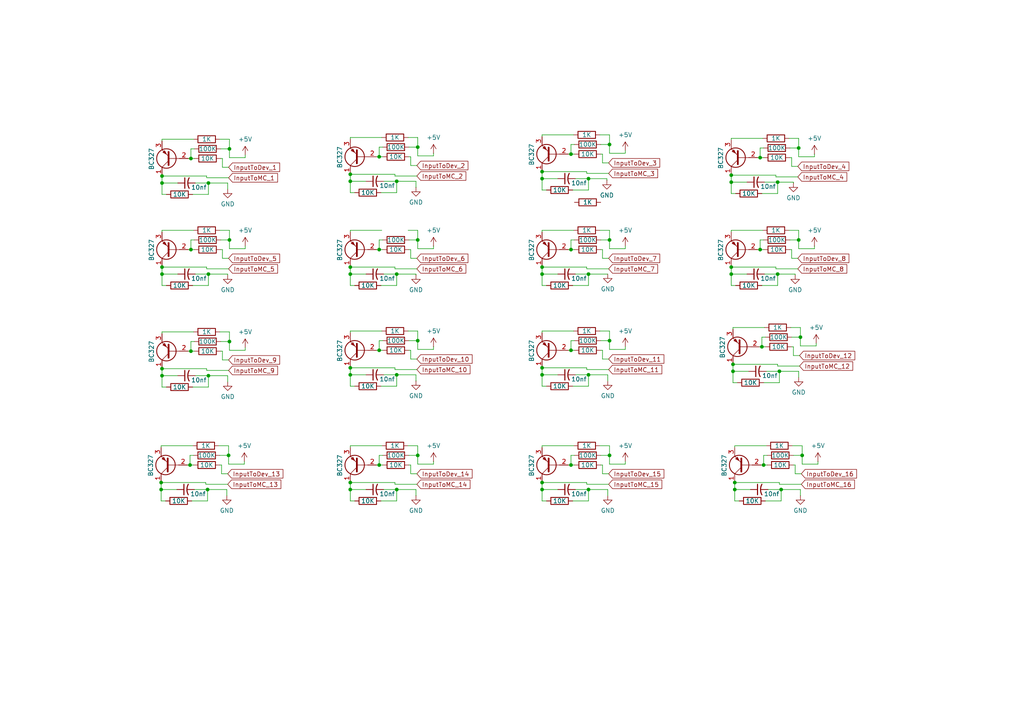
<source format=kicad_sch>
(kicad_sch (version 20250114) (generator "eeschema") (generator_version "9.0")
  (paper "A4")
  (title_block (title "Input-lines electrical interface") (company "Panicosoft"))
  (junction (at 46.99 51.054))
  (junction (at 170.688 141.986))
  (junction (at 66.548 99.06))
  (junction (at 157.226 51.816))
  (junction (at 115.062 52.578))
  (junction (at 165.608 134.874))
  (junction (at 46.99 53.086))
  (junction (at 176.784 41.91))
  (junction (at 46.736 139.954))
  (junction (at 231.648 69.596))
  (junction (at 55.372 72.39))
  (junction (at 60.452 79.502))
  (junction (at 101.6 139.954))
  (junction (at 115.062 141.986))
  (junction (at 101.6 79.502))
  (junction (at 221.488 134.874))
  (junction (at 60.452 108.966))
  (junction (at 232.156 97.79))
  (junction (at 157.226 49.784))
  (junction (at 165.608 44.704))
  (junction (at 101.6 141.986))
  (junction (at 115.062 79.502))
  (junction (at 109.982 134.874))
  (junction (at 101.6 52.578))
  (junction (at 121.158 98.806))
  (junction (at 46.99 79.502))
  (junction (at 55.372 45.974))
  (junction (at 109.982 45.466))
  (junction (at 157.226 108.712))
  (junction (at 66.294 132.08))
  (junction (at 212.09 52.832))
  (junction (at 212.598 107.696))
  (junction (at 176.784 98.806))
  (junction (at 121.158 42.672))
  (junction (at 232.664 132.08))
  (junction (at 101.6 106.68))
  (junction (at 226.06 107.696))
  (junction (at 55.372 101.854))
  (junction (at 212.598 105.664))
  (junction (at 220.472 72.39))
  (junction (at 66.548 69.596))
  (junction (at 101.6 50.546))
  (junction (at 46.99 106.934))
  (junction (at 212.09 79.502))
  (junction (at 157.226 139.954))
  (junction (at 213.106 141.986))
  (junction (at 170.688 108.712))
  (junction (at 170.688 51.816))
  (junction (at 157.226 106.68))
  (junction (at 101.6 108.712))
  (junction (at 157.226 77.47))
  (junction (at 109.982 101.6))
  (junction (at 165.608 72.39))
  (junction (at 176.784 69.596))
  (junction (at 60.452 53.086))
  (junction (at 212.09 50.8))
  (junction (at 115.062 108.712))
  (junction (at 226.568 141.986))
  (junction (at 66.548 43.18))
  (junction (at 225.552 52.832))
  (junction (at 121.158 132.08))
  (junction (at 225.552 79.502))
  (junction (at 212.09 77.47))
  (junction (at 213.106 139.954))
  (junction (at 157.226 79.502))
  (junction (at 46.99 108.966))
  (junction (at 157.226 141.986))
  (junction (at 55.118 134.874))
  (junction (at 121.158 69.596))
  (junction (at 176.784 132.08))
  (junction (at 46.736 141.986))
  (junction (at 231.648 42.926))
  (junction (at 101.6 77.47))
  (junction (at 165.608 101.6))
  (junction (at 220.472 45.72))
  (junction (at 109.982 72.39))
  (junction (at 170.688 79.502))
  (junction (at 46.99 77.47))
  (junction (at 220.98 100.584))
  (junction (at 60.198 141.986))
  (wire (pts (xy 118.364 96.012) (xy 121.158 96.012)))
  (wire (pts (xy 46.99 96.774) (xy 46.99 96.266)))
  (wire (pts (xy 109.982 101.6) (xy 110.998 101.6)))
  (wire (pts (xy 222.504 132.08) (xy 221.488 132.08)))
  (wire (pts (xy 114.554 140.462) (xy 114.554 139.954)))
  (wire (pts (xy 221.488 134.874) (xy 222.504 134.874)))
  (wire (pts (xy 231.648 66.802) (xy 231.648 69.596)))
  (wire (pts (xy 66.548 66.802) (xy 66.548 69.596)))
  (wire (pts (xy 115.062 145.288) (xy 115.062 141.986)))
  (wire (pts (xy 166.116 145.288) (xy 170.688 145.288)))
  (wire (pts (xy 59.944 51.562) (xy 59.944 51.054)))
  (wire (pts (xy 174.752 104.14) (xy 176.53 104.14)))
  (wire (pts (xy 212.598 110.998) (xy 212.598 107.696)))
  (wire (pts (xy 213.868 110.998) (xy 212.598 110.998)))
  (wire (pts (xy 157.226 39.624) (xy 157.226 39.116)))
  (wire (pts (xy 157.226 141.986) (xy 161.798 141.986)))
  (wire (pts (xy 102.87 82.804) (xy 101.6 82.804)))
  (wire (pts (xy 212.09 79.502) (xy 216.662 79.502)))
  (wire (pts (xy 63.5 129.286) (xy 66.294 129.286)))
  (wire (pts (xy 64.262 137.414) (xy 66.04 137.414)))
  (wire (pts (xy 221.742 52.832) (xy 225.552 52.832)))
  (wire (pts (xy 66.294 134.62) (xy 66.294 132.08)))
  (wire (pts (xy 236.22 45.466) (xy 236.22 44.704)))
  (wire (pts (xy 46.736 139.954) (xy 46.736 141.986)))
  (wire (pts (xy 101.6 96.52) (xy 101.6 96.012)))
  (wire (pts (xy 157.226 79.502) (xy 161.798 79.502)))
  (wire (pts (xy 157.226 82.804) (xy 157.226 79.502)))
  (wire (pts (xy 230.124 100.584) (xy 230.124 103.124)))
  (wire (pts (xy 55.118 134.874) (xy 56.134 134.874)))
  (wire (pts (xy 170.688 51.816) (xy 176.022 51.816)))
  (wire (pts (xy 165.608 72.39) (xy 166.624 72.39)))
  (wire (pts (xy 115.062 55.88) (xy 115.062 52.578)))
  (wire (pts (xy 114.554 77.47) (xy 101.6 77.47)))
  (wire (pts (xy 225.552 79.502) (xy 230.632 79.502)))
  (wire (pts (xy 119.126 74.93) (xy 120.904 74.93)))
  (wire (pts (xy 101.6 141.986) (xy 106.172 141.986)))
  (wire (pts (xy 65.786 141.986) (xy 65.786 143.764)))
  (wire (pts (xy 101.6 108.712) (xy 106.172 108.712)))
  (wire (pts (xy 220.98 100.584) (xy 221.996 100.584)))
  (wire (pts (xy 229.108 45.72) (xy 229.616 45.72)))
  (wire (pts (xy 157.226 96.52) (xy 157.226 96.012)))
  (wire (pts (xy 64.008 43.18) (xy 66.548 43.18)))
  (wire (pts (xy 121.158 72.136) (xy 125.73 72.136)))
  (wire (pts (xy 55.372 43.18) (xy 55.372 45.974)))
  (wire (pts (xy 237.236 134.62) (xy 237.236 133.858)))
  (wire (pts (xy 174.752 47.244) (xy 176.53 47.244)))
  (wire (pts (xy 174.244 132.08) (xy 176.784 132.08)))
  (wire (pts (xy 60.452 108.966) (xy 66.04 108.966)))
  (wire (pts (xy 114.554 139.954) (xy 101.6 139.954)))
  (wire (pts (xy 121.158 101.346) (xy 121.158 98.806)))
  (wire (pts (xy 63.754 66.802) (xy 66.548 66.802)))
  (wire (pts (xy 64.008 72.39) (xy 64.516 72.39)))
  (wire (pts (xy 63.754 40.386) (xy 66.548 40.386)))
  (wire (pts (xy 118.618 101.6) (xy 119.126 101.6)))
  (wire (pts (xy 221.742 79.502) (xy 225.552 79.502)))
  (wire (pts (xy 111.252 108.712) (xy 115.062 108.712)))
  (wire (pts (xy 64.516 48.514) (xy 66.294 48.514)))
  (wire (pts (xy 220.218 100.584) (xy 220.98 100.584)))
  (wire (pts (xy 232.41 140.462) (xy 226.06 140.462)))
  (wire (pts (xy 170.688 108.712) (xy 176.276 108.712)))
  (wire (pts (xy 157.226 145.288) (xy 157.226 141.986)))
  (wire (pts (xy 226.06 110.998) (xy 226.06 107.696)))
  (wire (pts (xy 231.648 107.696) (xy 231.648 109.474)))
  (wire (pts (xy 46.99 77.47) (xy 46.99 79.502)))
  (wire (pts (xy 115.062 108.712) (xy 120.65 108.712)))
  (wire (pts (xy 101.6 52.578) (xy 106.172 52.578)))
  (wire (pts (xy 213.106 129.794) (xy 213.106 129.286)))
  (wire (pts (xy 60.452 53.086) (xy 66.04 53.086)))
  (wire (pts (xy 118.618 134.874) (xy 119.126 134.874)))
  (wire (pts (xy 212.09 67.31) (xy 212.09 66.802)))
  (wire (pts (xy 221.488 42.926) (xy 220.472 42.926)))
  (wire (pts (xy 230.632 79.502) (xy 230.632 79.756)))
  (wire (pts (xy 120.65 52.578) (xy 120.65 54.356)))
  (wire (pts (xy 212.598 94.996) (xy 221.742 94.996)))
  (wire (pts (xy 118.364 66.802) (xy 121.158 66.802)))
  (wire (pts (xy 46.99 66.802) (xy 56.134 66.802)))
  (wire (pts (xy 231.394 77.978) (xy 225.044 77.978)))
  (wire (pts (xy 222.25 107.696) (xy 226.06 107.696)))
  (wire (pts (xy 101.6 66.802) (xy 110.744 66.802)))
  (wire (pts (xy 221.488 110.998) (xy 226.06 110.998)))
  (wire (pts (xy 110.49 145.288) (xy 115.062 145.288)))
  (wire (pts (xy 221.996 145.288) (xy 226.568 145.288)))
  (wire (pts (xy 59.944 77.47) (xy 46.99 77.47)))
  (wire (pts (xy 170.18 139.954) (xy 157.226 139.954)))
  (wire (pts (xy 165.608 44.704) (xy 166.624 44.704)))
  (wire (pts (xy 220.472 69.596) (xy 220.472 72.39)))
  (wire (pts (xy 212.09 56.134) (xy 212.09 52.832)))
  (wire (pts (xy 220.472 72.39) (xy 221.488 72.39)))
  (wire (pts (xy 120.904 77.978) (xy 114.554 77.978)))
  (wire (pts (xy 232.156 100.33) (xy 236.728 100.33)))
  (wire (pts (xy 101.6 96.012) (xy 110.744 96.012)))
  (wire (pts (xy 56.388 141.986) (xy 60.198 141.986)))
  (wire (pts (xy 121.158 96.012) (xy 121.158 98.806)))
  (wire (pts (xy 59.69 139.954) (xy 46.736 139.954)))
  (wire (pts (xy 114.554 77.978) (xy 114.554 77.47)))
  (wire (pts (xy 125.73 45.212) (xy 125.73 44.45)))
  (wire (pts (xy 55.372 72.39) (xy 56.388 72.39)))
  (wire (pts (xy 164.846 134.874) (xy 165.608 134.874)))
  (wire (pts (xy 118.618 42.672) (xy 121.158 42.672)))
  (wire (pts (xy 60.452 56.388) (xy 60.452 53.086)))
  (wire (pts (xy 110.49 112.014) (xy 115.062 112.014)))
  (wire (pts (xy 114.554 107.188) (xy 114.554 106.68)))
  (wire (pts (xy 157.226 39.116) (xy 166.37 39.116)))
  (wire (pts (xy 55.626 145.288) (xy 60.198 145.288)))
  (wire (pts (xy 46.736 141.986) (xy 51.308 141.986)))
  (wire (pts (xy 60.198 141.986) (xy 65.786 141.986)))
  (wire (pts (xy 229.616 45.72) (xy 229.616 48.26)))
  (wire (pts (xy 212.598 105.664) (xy 212.598 107.696)))
  (wire (pts (xy 118.618 45.466) (xy 119.126 45.466)))
  (wire (pts (xy 226.06 140.462) (xy 226.06 139.954)))
  (wire (pts (xy 225.044 77.978) (xy 225.044 77.47)))
  (wire (pts (xy 110.998 69.596) (xy 109.982 69.596)))
  (wire (pts (xy 232.664 134.62) (xy 232.664 132.08)))
  (wire (pts (xy 66.548 72.136) (xy 66.548 69.596)))
  (wire (pts (xy 110.49 82.804) (xy 115.062 82.804)))
  (wire (pts (xy 110.998 98.806) (xy 109.982 98.806)))
  (wire (pts (xy 66.294 51.562) (xy 59.944 51.562)))
  (wire (pts (xy 212.598 95.504) (xy 212.598 94.996)))
  (wire (pts (xy 170.18 140.462) (xy 170.18 139.954)))
  (wire (pts (xy 164.846 101.6) (xy 165.608 101.6)))
  (wire (pts (xy 157.226 67.31) (xy 157.226 66.802)))
  (wire (pts (xy 118.364 129.286) (xy 121.158 129.286)))
  (wire (pts (xy 176.784 96.012) (xy 176.784 98.806)))
  (wire (pts (xy 173.99 39.116) (xy 176.784 39.116)))
  (wire (pts (xy 173.99 96.012) (xy 176.784 96.012)))
  (wire (pts (xy 119.126 72.39) (xy 119.126 74.93)))
  (wire (pts (xy 230.124 132.08) (xy 232.664 132.08)))
  (wire (pts (xy 170.18 49.784) (xy 157.226 49.784)))
  (wire (pts (xy 46.99 82.804) (xy 46.99 79.502)))
  (wire (pts (xy 176.784 129.286) (xy 176.784 132.08)))
  (wire (pts (xy 101.6 129.286) (xy 110.744 129.286)))
  (wire (pts (xy 59.944 106.934) (xy 46.99 106.934)))
  (wire (pts (xy 157.226 55.118) (xy 157.226 51.816)))
  (wire (pts (xy 48.26 56.388) (xy 46.99 56.388)))
  (wire (pts (xy 157.226 139.954) (xy 157.226 141.986)))
  (wire (pts (xy 181.356 72.136) (xy 181.356 71.374)))
  (wire (pts (xy 181.356 44.45) (xy 181.356 43.688)))
  (wire (pts (xy 231.648 45.466) (xy 231.648 42.926)))
  (wire (pts (xy 120.904 140.462) (xy 114.554 140.462)))
  (wire (pts (xy 119.126 48.006) (xy 120.904 48.006)))
  (wire (pts (xy 114.554 106.68) (xy 101.6 106.68)))
  (wire (pts (xy 46.99 53.086) (xy 51.562 53.086)))
  (wire (pts (xy 109.982 42.672) (xy 109.982 45.466)))
  (wire (pts (xy 119.126 45.466) (xy 119.126 48.006)))
  (wire (pts (xy 157.226 129.794) (xy 157.226 129.286)))
  (wire (pts (xy 232.156 94.996) (xy 232.156 97.79)))
  (wire (pts (xy 225.044 51.308) (xy 225.044 50.8)))
  (wire (pts (xy 213.36 56.134) (xy 212.09 56.134)))
  (wire (pts (xy 174.752 74.93) (xy 176.53 74.93)))
  (wire (pts (xy 46.99 96.266) (xy 56.134 96.266)))
  (wire (pts (xy 46.99 108.966) (xy 51.562 108.966)))
  (wire (pts (xy 59.944 107.442) (xy 59.944 106.934)))
  (wire (pts (xy 226.06 107.696) (xy 231.648 107.696)))
  (wire (pts (xy 66.04 53.086) (xy 66.04 54.864)))
  (wire (pts (xy 174.752 44.704) (xy 174.752 47.244)))
  (wire (pts (xy 170.18 106.68) (xy 157.226 106.68)))
  (wire (pts (xy 54.61 101.854) (xy 55.372 101.854)))
  (wire (pts (xy 60.198 145.288) (xy 60.198 141.986)))
  (wire (pts (xy 63.754 134.874) (xy 64.262 134.874)))
  (wire (pts (xy 166.624 132.08) (xy 165.608 132.08)))
  (wire (pts (xy 46.99 40.386) (xy 56.134 40.386)))
  (wire (pts (xy 59.69 140.462) (xy 59.69 139.954)))
  (wire (pts (xy 222.758 141.986) (xy 226.568 141.986)))
  (wire (pts (xy 66.04 108.966) (xy 66.04 110.744)))
  (wire (pts (xy 59.944 51.054) (xy 46.99 51.054)))
  (wire (pts (xy 236.728 100.33) (xy 236.728 99.568)))
  (wire (pts (xy 231.902 106.172) (xy 225.552 106.172)))
  (wire (pts (xy 157.226 108.712) (xy 161.798 108.712)))
  (wire (pts (xy 176.276 141.986) (xy 176.276 143.764)))
  (wire (pts (xy 120.65 108.712) (xy 120.65 110.49)))
  (wire (pts (xy 176.784 39.116) (xy 176.784 41.91)))
  (wire (pts (xy 166.878 141.986) (xy 170.688 141.986)))
  (wire (pts (xy 229.108 72.39) (xy 229.616 72.39)))
  (wire (pts (xy 231.648 72.136) (xy 231.648 69.596)))
  (wire (pts (xy 55.372 69.596) (xy 55.372 72.39)))
  (wire (pts (xy 157.226 49.784) (xy 157.226 51.816)))
  (wire (pts (xy 158.496 145.288) (xy 157.226 145.288)))
  (wire (pts (xy 232.156 100.33) (xy 232.156 97.79)))
  (wire (pts (xy 158.496 55.118) (xy 157.226 55.118)))
  (wire (pts (xy 63.754 132.08) (xy 66.294 132.08)))
  (wire (pts (xy 213.106 145.288) (xy 213.106 141.986)))
  (wire (pts (xy 170.688 79.502) (xy 176.276 79.502)))
  (wire (pts (xy 55.372 45.974) (xy 56.388 45.974)))
  (wire (pts (xy 118.618 98.806) (xy 121.158 98.806)))
  (wire (pts (xy 110.49 55.88) (xy 115.062 55.88)))
  (wire (pts (xy 220.472 42.926) (xy 220.472 45.72)))
  (wire (pts (xy 109.22 134.874) (xy 109.982 134.874)))
  (wire (pts (xy 101.6 129.794) (xy 101.6 129.286)))
  (wire (pts (xy 121.158 66.802) (xy 121.158 69.596)))
  (wire (pts (xy 115.062 82.804) (xy 115.062 79.502)))
  (wire (pts (xy 64.008 45.974) (xy 64.516 45.974)))
  (wire (pts (xy 120.65 141.986) (xy 120.65 143.764)))
  (wire (pts (xy 166.878 108.712) (xy 170.688 108.712)))
  (wire (pts (xy 231.648 72.136) (xy 236.22 72.136)))
  (wire (pts (xy 118.364 39.878) (xy 121.158 39.878)))
  (wire (pts (xy 220.98 97.79) (xy 220.98 100.584)))
  (wire (pts (xy 174.752 72.39) (xy 174.752 74.93)))
  (wire (pts (xy 119.126 134.874) (xy 119.126 137.414)))
  (wire (pts (xy 109.22 101.6) (xy 109.982 101.6)))
  (wire (pts (xy 54.61 45.974) (xy 55.372 45.974)))
  (wire (pts (xy 46.99 79.502) (xy 51.562 79.502)))
  (wire (pts (xy 229.108 69.596) (xy 231.648 69.596)))
  (wire (pts (xy 101.6 77.47) (xy 101.6 79.502)))
  (wire (pts (xy 71.12 45.72) (xy 71.12 44.958)))
  (wire (pts (xy 225.552 82.804) (xy 225.552 79.502)))
  (wire (pts (xy 174.244 72.39) (xy 174.752 72.39)))
  (wire (pts (xy 115.062 112.014) (xy 115.062 108.712)))
  (wire (pts (xy 174.752 101.6) (xy 174.752 104.14)))
  (wire (pts (xy 111.252 52.578) (xy 115.062 52.578)))
  (wire (pts (xy 212.09 52.832) (xy 216.662 52.832)))
  (wire (pts (xy 66.548 45.72) (xy 66.548 43.18)))
  (wire (pts (xy 229.108 42.926) (xy 231.648 42.926)))
  (wire (pts (xy 56.642 53.086) (xy 60.452 53.086)))
  (wire (pts (xy 213.106 129.286) (xy 222.25 129.286)))
  (wire (pts (xy 212.09 50.8) (xy 212.09 52.832)))
  (wire (pts (xy 173.99 66.802) (xy 176.784 66.802)))
  (wire (pts (xy 64.262 134.874) (xy 64.262 137.414)))
  (wire (pts (xy 229.616 74.93) (xy 231.394 74.93)))
  (wire (pts (xy 158.496 82.804) (xy 157.226 82.804)))
  (wire (pts (xy 66.04 79.502) (xy 66.04 79.756)))
  (wire (pts (xy 229.616 48.26) (xy 231.394 48.26)))
  (wire (pts (xy 174.752 137.414) (xy 176.53 137.414)))
  (wire (pts (xy 121.158 129.286) (xy 121.158 132.08)))
  (wire (pts (xy 110.998 132.08) (xy 109.982 132.08)))
  (wire (pts (xy 230.124 52.832) (xy 230.124 53.086)))
  (wire (pts (xy 48.006 145.288) (xy 46.736 145.288)))
  (wire (pts (xy 46.99 40.894) (xy 46.99 40.386)))
  (wire (pts (xy 66.548 101.6) (xy 66.548 99.06)))
  (wire (pts (xy 46.736 129.286) (xy 55.88 129.286)))
  (wire (pts (xy 164.846 72.39) (xy 165.608 72.39)))
  (wire (pts (xy 176.53 50.292) (xy 170.18 50.292)))
  (wire (pts (xy 170.688 55.118) (xy 170.688 51.816)))
  (wire (pts (xy 229.362 94.996) (xy 232.156 94.996)))
  (wire (pts (xy 181.356 134.62) (xy 181.356 133.858)))
  (wire (pts (xy 170.688 112.014) (xy 170.688 108.712)))
  (wire (pts (xy 170.688 145.288) (xy 170.688 141.986)))
  (wire (pts (xy 231.648 40.132) (xy 231.648 42.926)))
  (wire (pts (xy 56.642 79.502) (xy 60.452 79.502)))
  (wire (pts (xy 176.784 66.802) (xy 176.784 69.596)))
  (wire (pts (xy 111.252 79.502) (xy 115.062 79.502)))
  (wire (pts (xy 220.98 56.134) (xy 225.552 56.134)))
  (wire (pts (xy 232.156 141.986) (xy 232.156 143.764)))
  (wire (pts (xy 46.736 145.288) (xy 46.736 141.986)))
  (wire (pts (xy 101.6 50.546) (xy 101.6 52.578)))
  (wire (pts (xy 229.87 129.286) (xy 232.664 129.286)))
  (wire (pts (xy 174.244 101.6) (xy 174.752 101.6)))
  (wire (pts (xy 60.452 79.502) (xy 66.04 79.502)))
  (wire (pts (xy 176.784 101.346) (xy 176.784 98.806)))
  (wire (pts (xy 56.388 69.596) (xy 55.372 69.596)))
  (wire (pts (xy 64.008 99.06) (xy 66.548 99.06)))
  (wire (pts (xy 46.99 51.054) (xy 46.99 53.086)))
  (wire (pts (xy 176.53 140.462) (xy 170.18 140.462)))
  (wire (pts (xy 226.568 141.986) (xy 232.156 141.986)))
  (wire (pts (xy 170.18 77.47) (xy 157.226 77.47)))
  (wire (pts (xy 221.996 97.79) (xy 220.98 97.79)))
  (wire (pts (xy 221.488 69.596) (xy 220.472 69.596)))
  (wire (pts (xy 166.624 41.91) (xy 165.608 41.91)))
  (wire (pts (xy 170.18 107.188) (xy 170.18 106.68)))
  (wire (pts (xy 118.618 72.39) (xy 119.126 72.39)))
  (wire (pts (xy 165.608 98.806) (xy 165.608 101.6)))
  (wire (pts (xy 60.452 112.268) (xy 60.452 108.966)))
  (wire (pts (xy 157.226 129.286) (xy 166.37 129.286)))
  (wire (pts (xy 212.09 40.64) (xy 212.09 40.132)))
  (wire (pts (xy 121.158 72.136) (xy 121.158 69.596)))
  (wire (pts (xy 228.854 40.132) (xy 231.648 40.132)))
  (wire (pts (xy 111.252 141.986) (xy 115.062 141.986)))
  (wire (pts (xy 55.372 99.06) (xy 55.372 101.854)))
  (wire (pts (xy 225.044 77.47) (xy 212.09 77.47)))
  (wire (pts (xy 176.784 134.62) (xy 181.356 134.62)))
  (wire (pts (xy 66.548 96.266) (xy 66.548 99.06)))
  (wire (pts (xy 56.642 108.966) (xy 60.452 108.966)))
  (wire (pts (xy 174.752 134.874) (xy 174.752 137.414)))
  (wire (pts (xy 225.552 56.134) (xy 225.552 52.832)))
  (wire (pts (xy 226.06 139.954) (xy 213.106 139.954)))
  (wire (pts (xy 165.608 69.596) (xy 165.608 72.39)))
  (wire (pts (xy 46.99 112.268) (xy 46.99 108.966)))
  (wire (pts (xy 109.982 132.08) (xy 109.982 134.874)))
  (wire (pts (xy 56.134 132.08) (xy 55.118 132.08)))
  (wire (pts (xy 176.784 44.45) (xy 181.356 44.45)))
  (wire (pts (xy 212.598 107.696) (xy 217.17 107.696)))
  (wire (pts (xy 229.616 100.584) (xy 230.124 100.584)))
  (wire (pts (xy 56.388 99.06) (xy 55.372 99.06)))
  (wire (pts (xy 102.87 112.014) (xy 101.6 112.014)))
  (wire (pts (xy 109.982 45.466) (xy 110.998 45.466)))
  (wire (pts (xy 219.71 45.72) (xy 220.472 45.72)))
  (wire (pts (xy 109.22 45.466) (xy 109.982 45.466)))
  (wire (pts (xy 66.294 77.978) (xy 59.944 77.978)))
  (wire (pts (xy 226.568 145.288) (xy 226.568 141.986)))
  (wire (pts (xy 170.688 82.804) (xy 170.688 79.502)))
  (wire (pts (xy 102.87 55.88) (xy 101.6 55.88)))
  (wire (pts (xy 59.944 77.978) (xy 59.944 77.47)))
  (wire (pts (xy 101.6 67.31) (xy 101.6 66.802)))
  (wire (pts (xy 225.552 52.832) (xy 230.124 52.832)))
  (wire (pts (xy 173.99 129.286) (xy 176.784 129.286)))
  (wire (pts (xy 101.6 139.954) (xy 101.6 141.986)))
  (wire (pts (xy 63.754 96.266) (xy 66.548 96.266)))
  (wire (pts (xy 46.99 67.31) (xy 46.99 66.802)))
  (wire (pts (xy 174.244 69.596) (xy 176.784 69.596)))
  (wire (pts (xy 230.632 137.414) (xy 232.41 137.414)))
  (wire (pts (xy 64.516 104.394) (xy 66.294 104.394)))
  (wire (pts (xy 66.548 72.136) (xy 71.12 72.136)))
  (wire (pts (xy 166.878 79.502) (xy 170.688 79.502)))
  (wire (pts (xy 121.158 134.62) (xy 121.158 132.08)))
  (wire (pts (xy 101.6 112.014) (xy 101.6 108.712)))
  (wire (pts (xy 119.126 137.414) (xy 120.904 137.414)))
  (wire (pts (xy 125.73 101.346) (xy 125.73 100.584)))
  (wire (pts (xy 121.158 45.212) (xy 121.158 42.672)))
  (wire (pts (xy 101.6 145.288) (xy 101.6 141.986)))
  (wire (pts (xy 48.26 112.268) (xy 46.99 112.268)))
  (wire (pts (xy 213.106 141.986) (xy 217.678 141.986)))
  (wire (pts (xy 64.008 69.596) (xy 66.548 69.596)))
  (wire (pts (xy 176.784 44.45) (xy 176.784 41.91)))
  (wire (pts (xy 231.394 51.308) (xy 225.044 51.308)))
  (wire (pts (xy 174.244 98.806) (xy 176.784 98.806)))
  (wire (pts (xy 170.18 77.978) (xy 170.18 77.47)))
  (wire (pts (xy 71.12 101.6) (xy 71.12 100.838)))
  (wire (pts (xy 225.552 106.172) (xy 225.552 105.664)))
  (wire (pts (xy 102.87 145.288) (xy 101.6 145.288)))
  (wire (pts (xy 236.22 72.136) (xy 236.22 71.374)))
  (wire (pts (xy 54.61 72.39) (xy 55.372 72.39)))
  (wire (pts (xy 181.356 101.346) (xy 181.356 100.584)))
  (wire (pts (xy 230.124 134.874) (xy 230.632 134.874)))
  (wire (pts (xy 164.846 44.704) (xy 165.608 44.704)))
  (wire (pts (xy 46.99 56.388) (xy 46.99 53.086)))
  (wire (pts (xy 125.73 134.62) (xy 125.73 133.858)))
  (wire (pts (xy 166.878 51.816) (xy 170.688 51.816)))
  (wire (pts (xy 101.6 39.878) (xy 110.744 39.878)))
  (wire (pts (xy 66.548 40.386) (xy 66.548 43.18)))
  (wire (pts (xy 157.226 96.012) (xy 166.37 96.012)))
  (wire (pts (xy 120.904 107.188) (xy 114.554 107.188)))
  (wire (pts (xy 166.624 69.596) (xy 165.608 69.596)))
  (wire (pts (xy 64.516 45.974) (xy 64.516 48.514)))
  (wire (pts (xy 114.554 50.546) (xy 101.6 50.546)))
  (wire (pts (xy 176.784 101.346) (xy 181.356 101.346)))
  (wire (pts (xy 170.688 141.986) (xy 176.276 141.986)))
  (wire (pts (xy 66.294 134.62) (xy 70.866 134.62)))
  (wire (pts (xy 109.982 134.874) (xy 110.998 134.874)))
  (wire (pts (xy 157.226 77.47) (xy 157.226 79.502)))
  (wire (pts (xy 220.472 45.72) (xy 221.488 45.72)))
  (wire (pts (xy 232.664 134.62) (xy 237.236 134.62)))
  (wire (pts (xy 165.608 134.874) (xy 166.624 134.874)))
  (wire (pts (xy 220.98 82.804) (xy 225.552 82.804)))
  (wire (pts (xy 219.71 72.39) (xy 220.472 72.39)))
  (wire (pts (xy 212.09 77.47) (xy 212.09 79.502)))
  (wire (pts (xy 48.26 82.804) (xy 46.99 82.804)))
  (wire (pts (xy 166.116 82.804) (xy 170.688 82.804)))
  (wire (pts (xy 119.126 101.6) (xy 119.126 104.14)))
  (wire (pts (xy 230.124 103.124) (xy 231.902 103.124)))
  (wire (pts (xy 54.356 134.874) (xy 55.118 134.874)))
  (wire (pts (xy 66.294 107.442) (xy 59.944 107.442)))
  (wire (pts (xy 66.294 129.286) (xy 66.294 132.08)))
  (wire (pts (xy 60.452 82.804) (xy 60.452 79.502)))
  (wire (pts (xy 228.854 66.802) (xy 231.648 66.802)))
  (wire (pts (xy 157.226 106.68) (xy 157.226 108.712)))
  (wire (pts (xy 174.244 134.874) (xy 174.752 134.874)))
  (wire (pts (xy 214.376 145.288) (xy 213.106 145.288)))
  (wire (pts (xy 121.158 101.346) (xy 125.73 101.346)))
  (wire (pts (xy 157.226 51.816) (xy 161.798 51.816)))
  (wire (pts (xy 118.618 69.596) (xy 121.158 69.596)))
  (wire (pts (xy 165.608 132.08) (xy 165.608 134.874)))
  (wire (pts (xy 121.158 39.878) (xy 121.158 42.672)))
  (wire (pts (xy 157.226 66.802) (xy 166.37 66.802)))
  (wire (pts (xy 55.88 82.804) (xy 60.452 82.804)))
  (wire (pts (xy 229.616 97.79) (xy 232.156 97.79)))
  (wire (pts (xy 115.062 141.986) (xy 120.65 141.986)))
  (wire (pts (xy 232.664 129.286) (xy 232.664 132.08)))
  (wire (pts (xy 101.6 106.68) (xy 101.6 108.712)))
  (wire (pts (xy 230.632 134.874) (xy 230.632 137.414)))
  (wire (pts (xy 229.616 72.39) (xy 229.616 74.93)))
  (wire (pts (xy 101.6 82.804) (xy 101.6 79.502)))
  (wire (pts (xy 166.624 98.806) (xy 165.608 98.806)))
  (wire (pts (xy 125.73 72.136) (xy 125.73 71.374)))
  (wire (pts (xy 225.044 50.8) (xy 212.09 50.8)))
  (wire (pts (xy 66.548 45.72) (xy 71.12 45.72)))
  (wire (pts (xy 225.552 105.664) (xy 212.598 105.664)))
  (wire (pts (xy 55.88 56.388) (xy 60.452 56.388)))
  (wire (pts (xy 46.736 129.794) (xy 46.736 129.286)))
  (wire (pts (xy 220.726 134.874) (xy 221.488 134.874)))
  (wire (pts (xy 109.982 69.596) (xy 109.982 72.39)))
  (wire (pts (xy 176.276 108.712) (xy 176.276 110.49)))
  (wire (pts (xy 118.618 132.08) (xy 121.158 132.08)))
  (wire (pts (xy 115.062 52.578) (xy 120.65 52.578)))
  (wire (pts (xy 110.998 42.672) (xy 109.982 42.672)))
  (wire (pts (xy 64.516 101.854) (xy 64.516 104.394)))
  (wire (pts (xy 231.648 45.466) (xy 236.22 45.466)))
  (wire (pts (xy 115.062 79.502) (xy 120.65 79.502)))
  (wire (pts (xy 64.008 101.854) (xy 64.516 101.854)))
  (wire (pts (xy 101.6 40.386) (xy 101.6 39.878)))
  (wire (pts (xy 212.09 82.804) (xy 212.09 79.502)))
  (wire (pts (xy 120.904 51.054) (xy 114.554 51.054)))
  (wire (pts (xy 121.158 45.212) (xy 125.73 45.212)))
  (wire (pts (xy 174.244 41.91) (xy 176.784 41.91)))
  (wire (pts (xy 165.608 41.91) (xy 165.608 44.704)))
  (wire (pts (xy 165.608 101.6) (xy 166.624 101.6)))
  (wire (pts (xy 166.116 112.014) (xy 170.688 112.014)))
  (wire (pts (xy 64.516 74.93) (xy 66.294 74.93)))
  (wire (pts (xy 55.88 112.268) (xy 60.452 112.268)))
  (wire (pts (xy 176.784 72.136) (xy 176.784 69.596)))
  (wire (pts (xy 55.118 132.08) (xy 55.118 134.874)))
  (wire (pts (xy 121.158 134.62) (xy 125.73 134.62)))
  (wire (pts (xy 176.784 134.62) (xy 176.784 132.08)))
  (wire (pts (xy 176.022 51.816) (xy 176.022 52.324)))
  (wire (pts (xy 71.12 72.136) (xy 71.12 71.374)))
  (wire (pts (xy 120.65 79.502) (xy 120.65 79.756)))
  (wire (pts (xy 101.6 79.502) (xy 106.172 79.502)))
  (wire (pts (xy 119.126 104.14) (xy 120.904 104.14)))
  (wire (pts (xy 114.554 51.054) (xy 114.554 50.546)))
  (wire (pts (xy 46.99 106.934) (xy 46.99 108.966)))
  (wire (pts (xy 158.496 112.014) (xy 157.226 112.014)))
  (wire (pts (xy 212.09 40.132) (xy 221.234 40.132)))
  (wire (pts (xy 212.09 66.802) (xy 221.234 66.802)))
  (wire (pts (xy 213.106 139.954) (xy 213.106 141.986)))
  (wire (pts (xy 55.372 101.854) (xy 56.388 101.854)))
  (wire (pts (xy 166.116 55.118) (xy 170.688 55.118)))
  (wire (pts (xy 70.866 134.62) (xy 70.866 133.858)))
  (wire (pts (xy 109.982 72.39) (xy 110.998 72.39)))
  (wire (pts (xy 66.548 101.6) (xy 71.12 101.6)))
  (wire (pts (xy 213.36 82.804) (xy 212.09 82.804)))
  (wire (pts (xy 66.04 140.462) (xy 59.69 140.462)))
  (wire (pts (xy 109.982 98.806) (xy 109.982 101.6)))
  (wire (pts (xy 101.6 55.88) (xy 101.6 52.578)))
  (wire (pts (xy 174.244 44.704) (xy 174.752 44.704)))
  (wire (pts (xy 109.22 72.39) (xy 109.982 72.39)))
  (wire (pts (xy 176.53 77.978) (xy 170.18 77.978)))
  (wire (pts (xy 221.488 132.08) (xy 221.488 134.874)))
  (wire (pts (xy 56.388 43.18) (xy 55.372 43.18)))
  (wire (pts (xy 157.226 112.014) (xy 157.226 108.712)))
  (wire (pts (xy 176.53 107.188) (xy 170.18 107.188)))
  (wire (pts (xy 170.18 50.292) (xy 170.18 49.784)))
  (wire (pts (xy 176.784 72.136) (xy 181.356 72.136)))
  (wire (pts (xy 64.516 72.39) (xy 64.516 74.93)))
  (global_label "InputToMC_4" (shape input) (at 231.394 51.308 0) (property "Intersheetrefs" "${INTERSHEET_REFS}" (effects (hide yes))))
  (global_label "InputToMC_13" (shape input) (at 66.04 140.462 0) (property "Intersheetrefs" "${INTERSHEET_REFS}" (effects (hide yes))))
  (global_label "InputToMC_1" (shape input) (at 66.294 51.562 0) (property "Intersheetrefs" "${INTERSHEET_REFS}" (effects (hide yes))))
  (global_label "InputToDev_7" (shape input) (at 176.53 74.93 0) (property "Intersheetrefs" "${INTERSHEET_REFS}" (effects (hide yes))))
  (global_label "InputToDev_6" (shape input) (at 120.904 74.93 0) (property "Intersheetrefs" "${INTERSHEET_REFS}" (effects (hide yes))))
  (global_label "InputToDev_2" (shape input) (at 120.904 48.006 0) (property "Intersheetrefs" "${INTERSHEET_REFS}" (effects (hide yes))))
  (global_label "InputToMC_11" (shape input) (at 176.53 107.188 0) (property "Intersheetrefs" "${INTERSHEET_REFS}" (effects (hide yes))))
  (global_label "InputToMC_14" (shape input) (at 120.904 140.462 0) (property "Intersheetrefs" "${INTERSHEET_REFS}" (effects (hide yes))))
  (global_label "InputToMC_9" (shape input) (at 66.294 107.442 0) (property "Intersheetrefs" "${INTERSHEET_REFS}" (effects (hide yes))))
  (global_label "InputToMC_5" (shape input) (at 66.294 77.978 0) (property "Intersheetrefs" "${INTERSHEET_REFS}" (effects (hide yes))))
  (global_label "InputToDev_3" (shape input) (at 176.53 47.244 0) (property "Intersheetrefs" "${INTERSHEET_REFS}" (effects (hide yes))))
  (global_label "InputToDev_11" (shape input) (at 176.53 104.14 0) (property "Intersheetrefs" "${INTERSHEET_REFS}" (effects (hide yes))))
  (global_label "InputToMC_2" (shape input) (at 120.904 51.054 0) (property "Intersheetrefs" "${INTERSHEET_REFS}" (effects (hide yes))))
  (global_label "InputToDev_5" (shape input) (at 66.294 74.93 0) (property "Intersheetrefs" "${INTERSHEET_REFS}" (effects (hide yes))))
  (global_label "InputToDev_8" (shape input) (at 231.394 74.93 0) (property "Intersheetrefs" "${INTERSHEET_REFS}" (effects (hide yes))))
  (global_label "InputToDev_15" (shape input) (at 176.53 137.414 0) (property "Intersheetrefs" "${INTERSHEET_REFS}" (effects (hide yes))))
  (global_label "InputToDev_4" (shape input) (at 231.394 48.26 0) (property "Intersheetrefs" "${INTERSHEET_REFS}" (effects (hide yes))))
  (global_label "InputToDev_10" (shape input) (at 120.904 104.14 0) (property "Intersheetrefs" "${INTERSHEET_REFS}" (effects (hide yes))))
  (global_label "InputToMC_10" (shape input) (at 120.904 107.188 0) (property "Intersheetrefs" "${INTERSHEET_REFS}" (effects (hide yes))))
  (global_label "InputToDev_16" (shape input) (at 232.41 137.414 0) (property "Intersheetrefs" "${INTERSHEET_REFS}" (effects (hide yes))))
  (global_label "InputToMC_7" (shape input) (at 176.53 77.978 0) (property "Intersheetrefs" "${INTERSHEET_REFS}" (effects (hide yes))))
  (global_label "InputToMC_3" (shape input) (at 176.53 50.292 0) (property "Intersheetrefs" "${INTERSHEET_REFS}" (effects (hide yes))))
  (global_label "InputToDev_14" (shape input) (at 120.904 137.414 0) (property "Intersheetrefs" "${INTERSHEET_REFS}" (effects (hide yes))))
  (global_label "InputToMC_12" (shape input) (at 231.902 106.172 0) (property "Intersheetrefs" "${INTERSHEET_REFS}" (effects (hide yes))))
  (global_label "InputToMC_6" (shape input) (at 120.904 77.978 0) (property "Intersheetrefs" "${INTERSHEET_REFS}" (effects (hide yes))))
  (global_label "InputToMC_8" (shape input) (at 231.394 77.978 0) (property "Intersheetrefs" "${INTERSHEET_REFS}" (effects (hide yes))))
  (global_label "InputToMC_15" (shape input) (at 176.53 140.462 0) (property "Intersheetrefs" "${INTERSHEET_REFS}" (effects (hide yes))))
  (global_label "InputToDev_1" (shape input) (at 66.294 48.514 0) (property "Intersheetrefs" "${INTERSHEET_REFS}" (effects (hide yes))))
  (global_label "InputToMC_16" (shape input) (at 232.41 140.462 0) (property "Intersheetrefs" "${INTERSHEET_REFS}" (effects (hide yes))))
  (global_label "InputToDev_13" (shape input) (at 66.04 137.414 0) (property "Intersheetrefs" "${INTERSHEET_REFS}" (effects (hide yes))))
  (global_label "InputToDev_12" (shape input) (at 231.902 103.124 0) (property "Intersheetrefs" "${INTERSHEET_REFS}" (effects (hide yes))))
  (global_label "InputToDev_9" (shape input) (at 66.294 104.394 0) (property "Intersheetrefs" "${INTERSHEET_REFS}" (effects (hide yes))))
  (symbol (lib_id "Transistor_BJT:BC327") (at 49.276 134.874 180) (unit 1)
    (property "Reference" "Q62" (effects (hide yes)))
    (property "Value" "BC327" (at 43.688 131.826 90) (effects (justify left)))
    (property "Footprint" "Package_TO_SOT_THT:TO-92_Inline_Wide" (effects (hide yes)))
    (property "Datasheet" "http://www.onsemi.com/pub_link/Collateral/BC327-D.PDF" (effects (hide yes)))
    (property "Description" "0.8A Ic, 45V Vce, PNP Transistor, TO-92" (effects (hide yes)))
  )
  (symbol (lib_id "Device:R") (at 106.68 82.804 90) (unit 1)
    (property "Reference" "R134" (effects (hide yes)))
    (property "Value" "10K" (at 106.68 82.804 90))
    (property "Footprint" "Resistor_SMD:R_1206_3216Metric" (effects (hide yes)))
    (property "Description" "Resistor" (effects (hide yes)))
  )
  (symbol (lib_id "power:+5V") (at 236.22 71.374 0) (unit 1)
    (property "Reference" "#PWR068" (effects (hide yes)))
    (property "Value" "+5V" (at 236.22 66.802 0))
    (property "Description" "Power symbol creates a global label with name \"+5V\"" (effects (hide yes)))
  )
  (symbol (lib_id "power:+5V") (at 125.73 71.374 0) (unit 1)
    (property "Reference" "#PWR083" (effects (hide yes)))
    (property "Value" "+5V" (at 125.73 66.802 0))
    (property "Description" "Power symbol creates a global label with name \"+5V\"" (effects (hide yes)))
  )
  (symbol (lib_id "power:GND") (at 230.124 53.086 0) (unit 1)
    (property "Reference" "#PWR062" (effects (hide yes)))
    (property "Value" "GND" (at 230.124 57.404 0))
    (property "Description" "Power symbol creates a global label with name \"GND\" , ground" (effects (hide yes)))
  )
  (symbol (lib_id "Device:C_Small_US") (at 164.338 51.816 90) (unit 1)
    (property "Reference" "C10" (effects (hide yes)))
    (property "Value" "10nf" (at 170.18 53.086 90) (effects (justify left)))
    (property "Footprint" "Capacitor_THT:C_Disc_D4.3mm_W1.9mm_P5.00mm" (effects (hide yes)))
    (property "Description" "capacitor, small US symbol" (effects (hide yes)))
  )
  (symbol (lib_id "power:+5V") (at 71.12 44.958 0) (unit 1)
    (property "Reference" "#PWR042" (effects (hide yes)))
    (property "Value" "+5V" (at 71.12 40.386 0))
    (property "Description" "Power symbol creates a global label with name \"+5V\"" (effects (hide yes)))
  )
  (symbol (lib_id "Transistor_BJT:BC327") (at 49.53 72.39 180) (unit 1)
    (property "Reference" "Q53" (effects (hide yes)))
    (property "Value" "BC327" (at 43.942 69.342 90) (effects (justify left)))
    (property "Footprint" "Package_TO_SOT_THT:TO-92_Inline_Wide" (effects (hide yes)))
    (property "Datasheet" "http://www.onsemi.com/pub_link/Collateral/BC327-D.PDF" (effects (hide yes)))
    (property "Description" "0.8A Ic, 45V Vce, PNP Transistor, TO-92" (effects (hide yes)))
  )
  (symbol (lib_id "power:GND") (at 66.04 79.756 0) (unit 1)
    (property "Reference" "#PWR064" (effects (hide yes)))
    (property "Value" "GND" (at 66.04 84.074 0))
    (property "Description" "Power symbol creates a global label with name \"GND\" , ground" (effects (hide yes)))
  )
  (symbol (lib_id "Device:R") (at 114.808 101.6 270) (unit 1)
    (property "Reference" "R119" (effects (hide yes)))
    (property "Value" "10K" (at 114.808 101.6 90))
    (property "Footprint" "Resistor_SMD:R_1206_3216Metric" (effects (hide yes)))
    (property "Description" "Resistor" (effects (hide yes)))
  )
  (symbol (lib_id "Device:R") (at 60.198 43.18 90) (unit 1)
    (property "Reference" "R55" (effects (hide yes)))
    (property "Value" "100K" (at 60.198 43.18 90))
    (property "Footprint" "Resistor_SMD:R_1206_3216Metric" (effects (hide yes)))
    (property "Description" "Resistor" (effects (hide yes)))
  )
  (symbol (lib_id "Device:C_Small_US") (at 108.712 108.712 90) (unit 1)
    (property "Reference" "C4" (effects (hide yes)))
    (property "Value" "10nf" (at 114.554 109.982 90) (effects (justify left)))
    (property "Footprint" "Capacitor_THT:C_Disc_D4.3mm_W1.9mm_P5.00mm" (effects (hide yes)))
    (property "Description" "capacitor, small US symbol" (effects (hide yes)))
  )
  (symbol (lib_id "Device:R") (at 60.198 99.06 90) (unit 1)
    (property "Reference" "R123" (effects (hide yes)))
    (property "Value" "100K" (at 60.198 99.06 90))
    (property "Footprint" "Resistor_SMD:R_1206_3216Metric" (effects (hide yes)))
    (property "Description" "Resistor" (effects (hide yes)))
  )
  (symbol (lib_id "Transistor_BJT:BC327") (at 104.14 45.466 180) (unit 1)
    (property "Reference" "Q34" (effects (hide yes)))
    (property "Value" "BC327" (at 98.552 42.418 90) (effects (justify left)))
    (property "Footprint" "Package_TO_SOT_THT:TO-92_Inline_Wide" (effects (hide yes)))
    (property "Datasheet" "http://www.onsemi.com/pub_link/Collateral/BC327-D.PDF" (effects (hide yes)))
    (property "Description" "0.8A Ic, 45V Vce, PNP Transistor, TO-92" (effects (hide yes)))
  )
  (symbol (lib_id "Transistor_BJT:BC327") (at 214.63 72.39 180) (unit 1)
    (property "Reference" "Q51" (effects (hide yes)))
    (property "Value" "BC327" (at 209.042 69.342 90) (effects (justify left)))
    (property "Footprint" "Package_TO_SOT_THT:TO-92_Inline_Wide" (effects (hide yes)))
    (property "Datasheet" "http://www.onsemi.com/pub_link/Collateral/BC327-D.PDF" (effects (hide yes)))
    (property "Description" "0.8A Ic, 45V Vce, PNP Transistor, TO-92" (effects (hide yes)))
  )
  (symbol (lib_id "Device:C_Small_US") (at 54.102 53.086 90) (unit 1)
    (property "Reference" "C1" (effects (hide yes)))
    (property "Value" "10nf" (at 59.944 54.356 90) (effects (justify left)))
    (property "Footprint" "Capacitor_THT:C_Disc_D4.3mm_W1.9mm_P5.00mm" (effects (hide yes)))
    (property "Description" "capacitor, small US symbol" (effects (hide yes)))
  )
  (symbol (lib_id "Device:R") (at 226.06 129.286 90) (unit 1)
    (property "Reference" "R151" (effects (hide yes)))
    (property "Value" "1K" (at 226.06 129.286 90))
    (property "Footprint" "Resistor_SMD:R_1206_3216Metric" (effects (hide yes)))
    (property "Description" "Resistor" (effects (hide yes)))
  )
  (symbol (lib_id "Device:R") (at 170.434 98.806 90) (unit 1)
    (property "Reference" "R129" (effects (hide yes)))
    (property "Value" "100K" (at 170.434 98.806 90))
    (property "Footprint" "Resistor_SMD:R_1206_3216Metric" (effects (hide yes)))
    (property "Description" "Resistor" (effects (hide yes)))
  )
  (symbol (lib_id "Device:R") (at 59.944 96.266 90) (unit 1)
    (property "Reference" "R117" (effects (hide yes)))
    (property "Value" "1K" (at 59.944 96.266 90))
    (property "Footprint" "Resistor_SMD:R_1206_3216Metric" (effects (hide yes)))
    (property "Description" "Resistor" (effects (hide yes)))
  )
  (symbol (lib_id "Device:R") (at 114.808 42.672 90) (unit 1)
    (property "Reference" "R83" (effects (hide yes)))
    (property "Value" "100K" (at 114.808 42.672 90))
    (property "Footprint" "Resistor_SMD:R_1206_3216Metric" (effects (hide yes)))
    (property "Description" "Resistor" (effects (hide yes)))
  )
  (symbol (lib_id "Device:R") (at 60.198 101.854 270) (unit 1)
    (property "Reference" "R124" (effects (hide yes)))
    (property "Value" "10K" (at 60.198 101.854 90))
    (property "Footprint" "Resistor_SMD:R_1206_3216Metric" (effects (hide yes)))
    (property "Description" "Resistor" (effects (hide yes)))
  )
  (symbol (lib_id "Device:R") (at 170.18 96.012 90) (unit 1)
    (property "Reference" "R125" (effects (hide yes)))
    (property "Value" "1K" (at 170.18 96.012 90))
    (property "Footprint" "Resistor_SMD:R_1206_3216Metric" (effects (hide yes)))
    (property "Description" "Resistor" (effects (hide yes)))
  )
  (symbol (lib_id "Device:R") (at 225.298 69.596 90) (unit 1)
    (property "Reference" "R115" (effects (hide yes)))
    (property "Value" "100K" (at 225.298 69.596 90))
    (property "Footprint" "Resistor_SMD:R_1206_3216Metric" (effects (hide yes)))
    (property "Description" "Resistor" (effects (hide yes)))
  )
  (symbol (lib_id "Device:R") (at 114.808 45.466 270) (unit 1)
    (property "Reference" "R84" (effects (hide yes)))
    (property "Value" "10K" (at 114.808 45.466 90))
    (property "Footprint" "Resistor_SMD:R_1206_3216Metric" (effects (hide yes)))
    (property "Description" "Resistor" (effects (hide yes)))
  )
  (symbol (lib_id "Device:R") (at 52.07 82.804 90) (unit 1)
    (property "Reference" "R107" (effects (hide yes)))
    (property "Value" "10K" (at 52.07 82.804 90))
    (property "Footprint" "Resistor_SMD:R_1206_3216Metric" (effects (hide yes)))
    (property "Description" "Resistor" (effects (hide yes)))
  )
  (symbol (lib_id "Device:C_Small_US") (at 108.712 141.986 90) (unit 1)
    (property "Reference" "C12" (effects (hide yes)))
    (property "Value" "10nf" (at 114.554 143.256 90) (effects (justify left)))
    (property "Footprint" "Capacitor_THT:C_Disc_D4.3mm_W1.9mm_P5.00mm" (effects (hide yes)))
    (property "Description" "capacitor, small US symbol" (effects (hide yes)))
  )
  (symbol (lib_id "Device:C_Small_US") (at 164.338 79.502 90) (unit 1)
    (property "Reference" "C13" (effects (hide yes)))
    (property "Value" "10nf" (at 170.18 80.772 90) (effects (justify left)))
    (property "Footprint" "Capacitor_THT:C_Disc_D4.3mm_W1.9mm_P5.00mm" (effects (hide yes)))
    (property "Description" "capacitor, small US symbol" (effects (hide yes)))
  )
  (symbol (lib_id "Device:R") (at 225.806 97.79 90) (unit 1)
    (property "Reference" "R126" (effects (hide yes)))
    (property "Value" "100K" (at 225.806 97.79 90))
    (property "Footprint" "Resistor_SMD:R_1206_3216Metric" (effects (hide yes)))
    (property "Description" "Resistor" (effects (hide yes)))
  )
  (symbol (lib_id "Device:R") (at 162.306 145.288 90) (unit 1)
    (property "Reference" "R139" (effects (hide yes)))
    (property "Value" "10K" (at 162.306 145.288 90))
    (property "Footprint" "Resistor_SMD:R_1206_3216Metric" (effects (hide yes)))
    (property "Description" "Resistor" (effects (hide yes)))
  )
  (symbol (lib_id "Device:R") (at 225.298 45.72 270) (unit 1)
    (property "Reference" "R132" (effects (hide yes)))
    (property "Value" "10K" (at 225.298 45.72 90))
    (property "Footprint" "Resistor_SMD:R_1206_3216Metric" (effects (hide yes)))
    (property "Description" "Resistor" (effects (hide yes)))
  )
  (symbol (lib_id "Device:R") (at 217.678 110.998 90) (unit 1)
    (property "Reference" "R109" (effects (hide yes)))
    (property "Value" "10K" (at 217.678 110.998 90))
    (property "Footprint" "Resistor_SMD:R_1206_3216Metric" (effects (hide yes)))
    (property "Description" "Resistor" (effects (hide yes)))
  )
  (symbol (lib_id "Transistor_BJT:BC327") (at 159.766 134.874 180) (unit 1)
    (property "Reference" "Q64" (effects (hide yes)))
    (property "Value" "BC327" (at 154.178 131.826 90) (effects (justify left)))
    (property "Footprint" "Package_TO_SOT_THT:TO-92_Inline_Wide" (effects (hide yes)))
    (property "Datasheet" "http://www.onsemi.com/pub_link/Collateral/BC327-D.PDF" (effects (hide yes)))
    (property "Description" "0.8A Ic, 45V Vce, PNP Transistor, TO-92" (effects (hide yes)))
  )
  (symbol (lib_id "Device:C_Small_US") (at 219.202 52.832 90) (unit 1)
    (property "Reference" "C9" (effects (hide yes)))
    (property "Value" "10nf" (at 225.044 54.102 90) (effects (justify left)))
    (property "Footprint" "Capacitor_THT:C_Disc_D4.3mm_W1.9mm_P5.00mm" (effects (hide yes)))
    (property "Description" "capacitor, small US symbol" (effects (hide yes)))
  )
  (symbol (lib_id "Device:R") (at 225.552 94.996 90) (unit 1)
    (property "Reference" "R120" (effects (hide yes)))
    (property "Value" "1K" (at 225.552 94.996 90))
    (property "Footprint" "Resistor_SMD:R_1206_3216Metric" (effects (hide yes)))
    (property "Description" "Resistor" (effects (hide yes)))
  )
  (symbol (lib_id "Device:R") (at 170.434 72.39 270) (unit 1)
    (property "Reference" "R153" (effects (hide yes)))
    (property "Value" "10K" (at 170.434 72.39 90))
    (property "Footprint" "Resistor_SMD:R_1206_3216Metric" (effects (hide yes)))
    (property "Description" "Resistor" (effects (hide yes)))
  )
  (symbol (lib_id "power:+5V") (at 70.866 133.858 0) (unit 1)
    (property "Reference" "#PWR086" (effects (hide yes)))
    (property "Value" "+5V" (at 70.866 129.286 0))
    (property "Description" "Power symbol creates a global label with name \"+5V\"" (effects (hide yes)))
  )
  (symbol (lib_id "Device:R") (at 106.68 55.88 90) (unit 1)
    (property "Reference" "R65" (effects (hide yes)))
    (property "Value" "10K" (at 106.68 55.88 90))
    (property "Footprint" "Resistor_SMD:R_1206_3216Metric" (effects (hide yes)))
    (property "Description" "Resistor" (effects (hide yes)))
  )
  (symbol (lib_id "power:+5V") (at 125.73 133.858 0) (unit 1)
    (property "Reference" "#PWR084" (effects (hide yes)))
    (property "Value" "+5V" (at 125.73 129.286 0))
    (property "Description" "Power symbol creates a global label with name \"+5V\"" (effects (hide yes)))
  )
  (symbol (lib_id "Device:R") (at 170.434 69.596 90) (unit 1)
    (property "Reference" "R152" (effects (hide yes)))
    (property "Value" "100K" (at 170.434 69.596 90))
    (property "Footprint" "Resistor_SMD:R_1206_3216Metric" (effects (hide yes)))
    (property "Description" "Resistor" (effects (hide yes)))
  )
  (symbol (lib_id "power:+5V") (at 181.356 133.858 0) (unit 1)
    (property "Reference" "#PWR088" (effects (hide yes)))
    (property "Value" "+5V" (at 181.356 129.286 0))
    (property "Description" "Power symbol creates a global label with name \"+5V\"" (effects (hide yes)))
  )
  (symbol (lib_id "Device:R") (at 59.944 40.386 90) (unit 1)
    (property "Reference" "R14" (effects (hide yes)))
    (property "Value" "1K" (at 59.944 40.386 90))
    (property "Footprint" "Resistor_SMD:R_1206_3216Metric" (effects (hide yes)))
    (property "Description" "Resistor" (effects (hide yes)))
  )
  (symbol (lib_id "power:GND") (at 66.04 110.744 0) (unit 1)
    (property "Reference" "#PWR065" (effects (hide yes)))
    (property "Value" "GND" (at 66.04 115.062 0))
    (property "Description" "Power symbol creates a global label with name \"GND\" , ground" (effects (hide yes)))
  )
  (symbol (lib_id "Device:C_Small_US") (at 54.102 79.502 90) (unit 1)
    (property "Reference" "C5" (effects (hide yes)))
    (property "Value" "10nf" (at 59.944 80.772 90) (effects (justify left)))
    (property "Footprint" "Capacitor_THT:C_Disc_D4.3mm_W1.9mm_P5.00mm" (effects (hide yes)))
    (property "Description" "capacitor, small US symbol" (effects (hide yes)))
  )
  (symbol (lib_id "Device:R") (at 106.68 112.014 90) (unit 1)
    (property "Reference" "R106" (effects (hide yes)))
    (property "Value" "10K" (at 106.68 112.014 90))
    (property "Footprint" "Resistor_SMD:R_1206_3216Metric" (effects (hide yes)))
    (property "Description" "Resistor" (effects (hide yes)))
  )
  (symbol (lib_id "Device:R") (at 226.314 132.08 90) (unit 1)
    (property "Reference" "R157" (effects (hide yes)))
    (property "Value" "100K" (at 226.314 132.08 90))
    (property "Footprint" "Resistor_SMD:R_1206_3216Metric" (effects (hide yes)))
    (property "Description" "Resistor" (effects (hide yes)))
  )
  (symbol (lib_id "Device:R") (at 162.306 82.804 90) (unit 1)
    (property "Reference" "R136" (effects (hide yes)))
    (property "Value" "10K" (at 162.306 82.804 90))
    (property "Footprint" "Resistor_SMD:R_1206_3216Metric" (effects (hide yes)))
    (property "Description" "Resistor" (effects (hide yes)))
  )
  (symbol (lib_id "Transistor_BJT:BC327") (at 159.766 101.6 180) (unit 1)
    (property "Reference" "Q56" (effects (hide yes)))
    (property "Value" "BC327" (at 154.178 98.552 90) (effects (justify left)))
    (property "Footprint" "Package_TO_SOT_THT:TO-92_Inline_Wide" (effects (hide yes)))
    (property "Datasheet" "http://www.onsemi.com/pub_link/Collateral/BC327-D.PDF" (effects (hide yes)))
    (property "Description" "0.8A Ic, 45V Vce, PNP Transistor, TO-92" (effects (hide yes)))
  )
  (symbol (lib_id "Device:R") (at 162.306 55.118 90) (unit 1)
    (property "Reference" "R133" (effects (hide yes)))
    (property "Value" "10K" (at 162.306 55.118 90))
    (property "Footprint" "Resistor_SMD:R_1206_3216Metric" (effects (hide yes)))
    (property "Description" "Resistor" (effects (hide yes)))
  )
  (symbol (lib_id "Device:R") (at 106.68 145.288 90) (unit 1)
    (property "Reference" "R135" (effects (hide yes)))
    (property "Value" "10K" (at 106.68 145.288 90))
    (property "Footprint" "Resistor_SMD:R_1206_3216Metric" (effects (hide yes)))
    (property "Description" "Resistor" (effects (hide yes)))
  )
  (symbol (lib_id "power:GND") (at 176.276 110.49 0) (unit 1)
    (property "Reference" "#PWR067" (effects (hide yes)))
    (property "Value" "GND" (at 176.276 114.808 0))
    (property "Description" "Power symbol creates a global label with name \"GND\" , ground" (effects (hide yes)))
  )
  (symbol (lib_id "Device:R") (at 162.306 112.014 90) (unit 1)
    (property "Reference" "R110" (effects (hide yes)))
    (property "Value" "10K" (at 162.306 112.014 90))
    (property "Footprint" "Resistor_SMD:R_1206_3216Metric" (effects (hide yes)))
    (property "Description" "Resistor" (effects (hide yes)))
  )
  (symbol (lib_id "power:+5V") (at 181.356 43.688 0) (unit 1)
    (property "Reference" "#PWR082" (effects (hide yes)))
    (property "Value" "+5V" (at 181.356 39.116 0))
    (property "Description" "Power symbol creates a global label with name \"+5V\"" (effects (hide yes)))
  )
  (symbol (lib_id "power:GND") (at 232.156 143.764 0) (unit 1)
    (property "Reference" "#PWR080" (effects (hide yes)))
    (property "Value" "GND" (at 232.156 148.082 0))
    (property "Description" "Power symbol creates a global label with name \"GND\" , ground" (effects (hide yes)))
  )
  (symbol (lib_id "Transistor_BJT:BC327") (at 215.646 134.874 180) (unit 1)
    (property "Reference" "Q63" (effects (hide yes)))
    (property "Value" "BC327" (at 210.058 131.826 90) (effects (justify left)))
    (property "Footprint" "Package_TO_SOT_THT:TO-92_Inline_Wide" (effects (hide yes)))
    (property "Datasheet" "http://www.onsemi.com/pub_link/Collateral/BC327-D.PDF" (effects (hide yes)))
    (property "Description" "0.8A Ic, 45V Vce, PNP Transistor, TO-92" (effects (hide yes)))
  )
  (symbol (lib_id "Transistor_BJT:BC327") (at 49.53 45.974 180) (unit 1)
    (property "Reference" "Q7" (effects (hide yes)))
    (property "Value" "BC327" (at 43.942 42.926 90) (effects (justify left)))
    (property "Footprint" "Package_TO_SOT_THT:TO-92_Inline_Wide" (effects (hide yes)))
    (property "Datasheet" "http://www.onsemi.com/pub_link/Collateral/BC327-D.PDF" (effects (hide yes)))
    (property "Description" "0.8A Ic, 45V Vce, PNP Transistor, TO-92" (effects (hide yes)))
  )
  (symbol (lib_id "Device:C_Small_US") (at 219.202 79.502 90) (unit 1)
    (property "Reference" "C3" (effects (hide yes)))
    (property "Value" "10nf" (at 225.044 80.772 90) (effects (justify left)))
    (property "Footprint" "Capacitor_THT:C_Disc_D4.3mm_W1.9mm_P5.00mm" (effects (hide yes)))
    (property "Description" "capacitor, small US symbol" (effects (hide yes)))
  )
  (symbol (lib_id "Device:R") (at 59.944 134.874 270) (unit 1)
    (property "Reference" "R155" (effects (hide yes)))
    (property "Value" "10K" (at 59.944 134.874 90))
    (property "Footprint" "Resistor_SMD:R_1206_3216Metric" (effects (hide yes)))
    (property "Description" "Resistor" (effects (hide yes)))
  )
  (symbol (lib_id "power:GND") (at 65.786 143.764 0) (unit 1)
    (property "Reference" "#PWR079" (effects (hide yes)))
    (property "Value" "GND" (at 65.786 148.082 0))
    (property "Description" "Power symbol creates a global label with name \"GND\" , ground" (effects (hide yes)))
  )
  (symbol (lib_id "power:GND") (at 176.022 52.324 0) (unit 1)
    (property "Reference" "#PWR075" (effects (hide yes)))
    (property "Value" "GND" (at 176.022 56.642 0))
    (property "Description" "Power symbol creates a global label with name \"GND\" , ground" (effects (hide yes)))
  )
  (symbol (lib_id "Device:R") (at 170.18 66.802 90) (unit 1)
    (property "Reference" "R147" (effects (hide yes)))
    (property "Value" "1K" (at 170.18 66.802 90))
    (property "Footprint" "Resistor_SMD:R_1206_3216Metric" (effects (hide yes)))
    (property "Description" "Resistor" (effects (hide yes)))
  )
  (symbol (lib_id "Device:R") (at 114.808 132.08 90) (unit 1)
    (property "Reference" "R149" (effects (hide yes)))
    (property "Value" "100K" (at 114.808 132.08 90))
    (property "Footprint" "Resistor_SMD:R_1206_3216Metric" (effects (hide yes)))
    (property "Description" "Resistor" (effects (hide yes)))
  )
  (symbol (lib_id "Device:R") (at 59.944 132.08 90) (unit 1)
    (property "Reference" "R154" (effects (hide yes)))
    (property "Value" "100K" (at 59.944 132.08 90))
    (property "Footprint" "Resistor_SMD:R_1206_3216Metric" (effects (hide yes)))
    (property "Description" "Resistor" (effects (hide yes)))
  )
  (symbol (lib_id "Transistor_BJT:BC327") (at 159.766 72.39 180) (unit 1)
    (property "Reference" "Q61" (effects (hide yes)))
    (property "Value" "BC327" (at 154.178 69.342 90) (effects (justify left)))
    (property "Footprint" "Package_TO_SOT_THT:TO-92_Inline_Wide" (effects (hide yes)))
    (property "Datasheet" "http://www.onsemi.com/pub_link/Collateral/BC327-D.PDF" (effects (hide yes)))
    (property "Description" "0.8A Ic, 45V Vce, PNP Transistor, TO-92" (effects (hide yes)))
  )
  (symbol (lib_id "Device:R") (at 114.554 129.286 90) (unit 1)
    (property "Reference" "R146" (effects (hide yes)))
    (property "Value" "1K" (at 114.554 129.286 90))
    (property "Footprint" "Resistor_SMD:R_1206_3216Metric" (effects (hide yes)))
    (property "Description" "Resistor" (effects (hide yes)))
  )
  (symbol (lib_id "Device:C_Small_US") (at 220.218 141.986 90) (unit 1)
    (property "Reference" "C15" (effects (hide yes)))
    (property "Value" "10nf" (at 226.06 143.256 90) (effects (justify left)))
    (property "Footprint" "Capacitor_THT:C_Disc_D4.3mm_W1.9mm_P5.00mm" (effects (hide yes)))
    (property "Description" "capacitor, small US symbol" (effects (hide yes)))
  )
  (symbol (lib_id "Device:R") (at 170.434 101.6 270) (unit 1)
    (property "Reference" "R130" (effects (hide yes)))
    (property "Value" "10K" (at 170.434 101.6 90))
    (property "Footprint" "Resistor_SMD:R_1206_3216Metric" (effects (hide yes)))
    (property "Description" "Resistor" (effects (hide yes)))
  )
  (symbol (lib_id "Transistor_BJT:BC327") (at 104.14 134.874 180) (unit 1)
    (property "Reference" "Q60" (effects (hide yes)))
    (property "Value" "BC327" (at 98.552 131.826 90) (effects (justify left)))
    (property "Footprint" "Package_TO_SOT_THT:TO-92_Inline_Wide" (effects (hide yes)))
    (property "Datasheet" "http://www.onsemi.com/pub_link/Collateral/BC327-D.PDF" (effects (hide yes)))
    (property "Description" "0.8A Ic, 45V Vce, PNP Transistor, TO-92" (effects (hide yes)))
  )
  (symbol (lib_id "Transistor_BJT:BC327") (at 104.14 72.39 180) (unit 1)
    (property "Reference" "Q59" (effects (hide yes)))
    (property "Value" "BC327" (at 98.552 69.342 90) (effects (justify left)))
    (property "Footprint" "Package_TO_SOT_THT:TO-92_Inline_Wide" (effects (hide yes)))
    (property "Datasheet" "http://www.onsemi.com/pub_link/Collateral/BC327-D.PDF" (effects (hide yes)))
    (property "Description" "0.8A Ic, 45V Vce, PNP Transistor, TO-92" (effects (hide yes)))
  )
  (symbol (lib_id "Device:C_Small_US") (at 54.102 108.966 90) (unit 1)
    (property "Reference" "C6" (effects (hide yes)))
    (property "Value" "10nf" (at 59.944 110.236 90) (effects (justify left)))
    (property "Footprint" "Capacitor_THT:C_Disc_D4.3mm_W1.9mm_P5.00mm" (effects (hide yes)))
    (property "Description" "capacitor, small US symbol" (effects (hide yes)))
  )
  (symbol (lib_id "Device:R") (at 170.434 41.91 90) (unit 1)
    (property "Reference" "R141" (effects (hide yes)))
    (property "Value" "100K" (at 170.434 41.91 90))
    (property "Footprint" "Resistor_SMD:R_1206_3216Metric" (effects (hide yes)))
    (property "Description" "Resistor" (effects (hide yes)))
  )
  (symbol (lib_id "Device:C_Small_US") (at 108.712 79.502 90) (unit 1)
    (property "Reference" "C11" (effects (hide yes)))
    (property "Value" "10nf" (at 114.554 80.772 90) (effects (justify left)))
    (property "Footprint" "Capacitor_THT:C_Disc_D4.3mm_W1.9mm_P5.00mm" (effects (hide yes)))
    (property "Description" "capacitor, small US symbol" (effects (hide yes)))
  )
  (symbol (lib_id "Device:C_Small_US") (at 108.712 52.578 90) (unit 1)
    (property "Reference" "C2" (effects (hide yes)))
    (property "Value" "10nf" (at 114.554 53.848 90) (effects (justify left)))
    (property "Footprint" "Capacitor_THT:C_Disc_D4.3mm_W1.9mm_P5.00mm" (effects (hide yes)))
    (property "Description" "capacitor, small US symbol" (effects (hide yes)))
  )
  (symbol (lib_id "Device:R") (at 60.198 69.596 90) (unit 1)
    (property "Reference" "R121" (effects (hide yes)))
    (property "Value" "100K" (at 60.198 69.596 90))
    (property "Footprint" "Resistor_SMD:R_1206_3216Metric" (effects (hide yes)))
    (property "Description" "Resistor" (effects (hide yes)))
  )
  (symbol (lib_id "Transistor_BJT:BC327") (at 215.138 100.584 180) (unit 1)
    (property "Reference" "Q55" (effects (hide yes)))
    (property "Value" "BC327" (at 209.55 97.536 90) (effects (justify left)))
    (property "Footprint" "Package_TO_SOT_THT:TO-92_Inline_Wide" (effects (hide yes)))
    (property "Datasheet" "http://www.onsemi.com/pub_link/Collateral/BC327-D.PDF" (effects (hide yes)))
    (property "Description" "0.8A Ic, 45V Vce, PNP Transistor, TO-92" (effects (hide yes)))
  )
  (symbol (lib_id "Device:R") (at 114.554 96.012 90) (unit 1)
    (property "Reference" "R113" (effects (hide yes)))
    (property "Value" "1K" (at 114.554 96.012 90))
    (property "Footprint" "Resistor_SMD:R_1206_3216Metric" (effects (hide yes)))
    (property "Description" "Resistor" (effects (hide yes)))
  )
  (symbol (lib_id "Device:R") (at 225.044 66.802 90) (unit 1)
    (property "Reference" "R112" (effects (hide yes)))
    (property "Value" "1K" (at 225.044 66.802 90))
    (property "Footprint" "Resistor_SMD:R_1206_3216Metric" (effects (hide yes)))
    (property "Description" "Resistor" (effects (hide yes)))
  )
  (symbol (lib_id "power:GND") (at 230.632 79.756 0) (unit 1)
    (property "Reference" "#PWR061" (effects (hide yes)))
    (property "Value" "GND" (at 230.632 84.074 0))
    (property "Description" "Power symbol creates a global label with name \"GND\" , ground" (effects (hide yes)))
  )
  (symbol (lib_id "Device:R") (at 217.17 56.134 90) (unit 1)
    (property "Reference" "R111" (effects (hide yes)))
    (property "Value" "10K" (at 217.17 56.134 90))
    (property "Footprint" "Resistor_SMD:R_1206_3216Metric" (effects (hide yes)))
    (property "Description" "Resistor" (effects (hide yes)))
  )
  (symbol (lib_id "Transistor_BJT:BC327") (at 104.14 101.6 180) (unit 1)
    (property "Reference" "Q52" (effects (hide yes)))
    (property "Value" "BC327" (at 98.552 98.552 90) (effects (justify left)))
    (property "Footprint" "Package_TO_SOT_THT:TO-92_Inline_Wide" (effects (hide yes)))
    (property "Datasheet" "http://www.onsemi.com/pub_link/Collateral/BC327-D.PDF" (effects (hide yes)))
    (property "Description" "0.8A Ic, 45V Vce, PNP Transistor, TO-92" (effects (hide yes)))
  )
  (symbol (lib_id "Device:R") (at 170.18 129.286 90) (unit 1)
    (property "Reference" "R156" (effects (hide yes)))
    (property "Value" "1K" (at 170.18 129.286 90))
    (property "Footprint" "Resistor_SMD:R_1206_3216Metric" (effects (hide yes)))
    (property "Description" "Resistor" (effects (hide yes)))
  )
  (symbol (lib_id "power:GND") (at 120.65 79.756 0) (unit 1)
    (property "Reference" "#PWR076" (effects (hide yes)))
    (property "Value" "GND" (at 120.65 84.074 0))
    (property "Description" "Power symbol creates a global label with name \"GND\" , ground" (effects (hide yes)))
  )
  (symbol (lib_id "Device:R") (at 225.044 40.132 90) (unit 1)
    (property "Reference" "R128" (effects (hide yes)))
    (property "Value" "1K" (at 225.044 40.132 90))
    (property "Footprint" "Resistor_SMD:R_1206_3216Metric" (effects (hide yes)))
    (property "Description" "Resistor" (effects (hide yes)))
  )
  (symbol (lib_id "Device:R") (at 60.198 45.974 270) (unit 1)
    (property "Reference" "R17" (effects (hide yes)))
    (property "Value" "10K" (at 60.198 45.974 90))
    (property "Footprint" "Resistor_SMD:R_1206_3216Metric" (effects (hide yes)))
    (property "Description" "Resistor" (effects (hide yes)))
  )
  (symbol (lib_id "Device:R") (at 59.944 66.802 90) (unit 1)
    (property "Reference" "R114" (effects (hide yes)))
    (property "Value" "1K" (at 59.944 66.802 90))
    (property "Footprint" "Resistor_SMD:R_1206_3216Metric" (effects (hide yes)))
    (property "Description" "Resistor" (effects (hide yes)))
  )
  (symbol (lib_id "Device:C_Small_US") (at 53.848 141.986 90) (unit 1)
    (property "Reference" "C14" (effects (hide yes)))
    (property "Value" "10nf" (at 59.69 143.256 90) (effects (justify left)))
    (property "Footprint" "Capacitor_THT:C_Disc_D4.3mm_W1.9mm_P5.00mm" (effects (hide yes)))
    (property "Description" "capacitor, small US symbol" (effects (hide yes)))
  )
  (symbol (lib_id "power:+5V") (at 236.22 44.704 0) (unit 1)
    (property "Reference" "#PWR074" (effects (hide yes)))
    (property "Value" "+5V" (at 236.22 40.132 0))
    (property "Description" "Power symbol creates a global label with name \"+5V\"" (effects (hide yes)))
  )
  (symbol (lib_id "Device:R") (at 59.69 129.286 90) (unit 1)
    (property "Reference" "R148" (effects (hide yes)))
    (property "Value" "1K" (at 59.69 129.286 90))
    (property "Footprint" "Resistor_SMD:R_1206_3216Metric" (effects (hide yes)))
    (property "Description" "Resistor" (effects (hide yes)))
  )
  (symbol (lib_id "power:GND") (at 176.276 79.502 0) (unit 1)
    (property "Reference" "#PWR078" (effects (hide yes)))
    (property "Value" "GND" (at 176.276 83.82 0))
    (property "Description" "Power symbol creates a global label with name \"GND\" , ground" (effects (hide yes)))
  )
  (symbol (lib_id "power:+5V") (at 71.12 100.838 0) (unit 1)
    (property "Reference" "#PWR071" (effects (hide yes)))
    (property "Value" "+5V" (at 71.12 96.266 0))
    (property "Description" "Power symbol creates a global label with name \"+5V\"" (effects (hide yes)))
  )
  (symbol (lib_id "Device:R") (at 226.314 134.874 270) (unit 1)
    (property "Reference" "R158" (effects (hide yes)))
    (property "Value" "10K" (at 226.314 134.874 90))
    (property "Footprint" "Resistor_SMD:R_1206_3216Metric" (effects (hide yes)))
    (property "Description" "Resistor" (effects (hide yes)))
  )
  (symbol (lib_id "power:+5V") (at 181.356 100.584 0) (unit 1)
    (property "Reference" "#PWR073" (effects (hide yes)))
    (property "Value" "+5V" (at 181.356 96.012 0))
    (property "Description" "Power symbol creates a global label with name \"+5V\"" (effects (hide yes)))
  )
  (symbol (lib_id "Device:R") (at 218.186 145.288 90) (unit 1)
    (property "Reference" "R138" (effects (hide yes)))
    (property "Value" "10K" (at 218.186 145.288 90))
    (property "Footprint" "Resistor_SMD:R_1206_3216Metric" (effects (hide yes)))
    (property "Description" "Resistor" (effects (hide yes)))
  )
  (symbol (lib_id "Transistor_BJT:BC327") (at 214.63 45.72 180) (unit 1)
    (property "Reference" "Q57" (effects (hide yes)))
    (property "Value" "BC327" (at 209.042 42.672 90) (effects (justify left)))
    (property "Footprint" "Package_TO_SOT_THT:TO-92_Inline_Wide" (effects (hide yes)))
    (property "Datasheet" "http://www.onsemi.com/pub_link/Collateral/BC327-D.PDF" (effects (hide yes)))
    (property "Description" "0.8A Ic, 45V Vce, PNP Transistor, TO-92" (effects (hide yes)))
  )
  (symbol (lib_id "Device:R") (at 52.07 56.388 90) (unit 1)
    (property "Reference" "R40" (effects (hide yes)))
    (property "Value" "10K" (at 52.07 56.388 90))
    (property "Footprint" "Resistor_SMD:R_1206_3216Metric" (effects (hide yes)))
    (property "Description" "Resistor" (effects (hide yes)))
  )
  (symbol (lib_id "power:+5V") (at 236.728 99.568 0) (unit 1)
    (property "Reference" "#PWR072" (effects (hide yes)))
    (property "Value" "+5V" (at 236.728 94.996 0))
    (property "Description" "Power symbol creates a global label with name \"+5V\"" (effects (hide yes)))
  )
  (symbol (lib_id "Device:C_Small_US") (at 164.338 108.712 90) (unit 1)
    (property "Reference" "C8" (effects (hide yes)))
    (property "Value" "10nf" (at 170.18 109.982 90) (effects (justify left)))
    (property "Footprint" "Capacitor_THT:C_Disc_D4.3mm_W1.9mm_P5.00mm" (effects (hide yes)))
    (property "Description" "capacitor, small US symbol" (effects (hide yes)))
  )
  (symbol (lib_id "Device:C_Small_US") (at 164.338 141.986 90) (unit 1)
    (property "Reference" "C16" (effects (hide yes)))
    (property "Value" "10nf" (at 170.18 143.256 90) (effects (justify left)))
    (property "Footprint" "Capacitor_THT:C_Disc_D4.3mm_W1.9mm_P5.00mm" (effects (hide yes)))
    (property "Description" "capacitor, small US symbol" (effects (hide yes)))
  )
  (symbol (lib_id "Device:R") (at 225.298 42.926 90) (unit 1)
    (property "Reference" "R131" (effects (hide yes)))
    (property "Value" "100K" (at 225.298 42.926 90))
    (property "Footprint" "Resistor_SMD:R_1206_3216Metric" (effects (hide yes)))
    (property "Description" "Resistor" (effects (hide yes)))
  )
  (symbol (lib_id "Device:C_Small_US") (at 219.71 107.696 90) (unit 1)
    (property "Reference" "C7" (effects (hide yes)))
    (property "Value" "10nf" (at 225.552 108.966 90) (effects (justify left)))
    (property "Footprint" "Capacitor_THT:C_Disc_D4.3mm_W1.9mm_P5.00mm" (effects (hide yes)))
    (property "Description" "capacitor, small US symbol" (effects (hide yes)))
  )
  (symbol (lib_id "Transistor_BJT:BC327") (at 49.53 101.854 180) (unit 1)
    (property "Reference" "Q54" (effects (hide yes)))
    (property "Value" "BC327" (at 43.942 98.806 90) (effects (justify left)))
    (property "Footprint" "Package_TO_SOT_THT:TO-92_Inline_Wide" (effects (hide yes)))
    (property "Datasheet" "http://www.onsemi.com/pub_link/Collateral/BC327-D.PDF" (effects (hide yes)))
    (property "Description" "0.8A Ic, 45V Vce, PNP Transistor, TO-92" (effects (hide yes)))
  )
  (symbol (lib_id "Device:R") (at 114.808 98.806 90) (unit 1)
    (property "Reference" "R118" (effects (hide yes)))
    (property "Value" "100K" (at 114.808 98.806 90))
    (property "Footprint" "Resistor_SMD:R_1206_3216Metric" (effects (hide yes)))
    (property "Description" "Resistor" (effects (hide yes)))
  )
  (symbol (lib_id "Device:R") (at 170.434 132.08 90) (unit 1)
    (property "Reference" "R159" (effects (hide yes)))
    (property "Value" "100K" (at 170.434 132.08 90))
    (property "Footprint" "Resistor_SMD:R_1206_3216Metric" (effects (hide yes)))
    (property "Description" "Resistor" (effects (hide yes)))
  )
  (symbol (lib_id "Device:R") (at 225.806 100.584 270) (unit 1)
    (property "Reference" "R127" (effects (hide yes)))
    (property "Value" "10K" (at 225.806 100.584 90))
    (property "Footprint" "Resistor_SMD:R_1206_3216Metric" (effects (hide yes)))
    (property "Description" "Resistor" (effects (hide yes)))
  )
  (symbol (lib_id "power:GND") (at 66.04 54.864 0) (unit 1)
    (property "Reference" "#PWR041" (effects (hide yes)))
    (property "Value" "GND" (at 66.04 59.182 0))
    (property "Description" "Power symbol creates a global label with name \"GND\" , ground" (effects (hide yes)))
  )
  (symbol (lib_id "power:GND") (at 120.65 143.764 0) (unit 1)
    (property "Reference" "#PWR077" (effects (hide yes)))
    (property "Value" "GND" (at 120.65 148.082 0))
    (property "Description" "Power symbol creates a global label with name \"GND\" , ground" (effects (hide yes)))
  )
  (symbol (lib_id "Device:R") (at 60.198 72.39 270) (unit 1)
    (property "Reference" "R122" (effects (hide yes)))
    (property "Value" "10K" (at 60.198 72.39 90))
    (property "Footprint" "Resistor_SMD:R_1206_3216Metric" (effects (hide yes)))
    (property "Description" "Resistor" (effects (hide yes)))
  )
  (symbol (lib_id "power:+5V") (at 71.12 71.374 0) (unit 1)
    (property "Reference" "#PWR070" (effects (hide yes)))
    (property "Value" "+5V" (at 71.12 66.802 0))
    (property "Description" "Power symbol creates a global label with name \"+5V\"" (effects (hide yes)))
  )
  (symbol (lib_id "power:GND") (at 176.276 143.764 0) (unit 1)
    (property "Reference" "#PWR081" (effects (hide yes)))
    (property "Value" "GND" (at 176.276 148.082 0))
    (property "Description" "Power symbol creates a global label with name \"GND\" , ground" (effects (hide yes)))
  )
  (symbol (lib_id "Device:R") (at 52.07 112.268 90) (unit 1)
    (property "Reference" "R108" (effects (hide yes)))
    (property "Value" "10K" (at 52.07 112.268 90))
    (property "Footprint" "Resistor_SMD:R_1206_3216Metric" (effects (hide yes)))
    (property "Description" "Resistor" (effects (hide yes)))
  )
  (symbol (lib_id "Device:R") (at 170.18 39.116 90) (unit 1)
    (property "Reference" "R140" (effects (hide yes)))
    (property "Value" "1K" (at 170.18 39.116 90))
    (property "Footprint" "Resistor_SMD:R_1206_3216Metric" (effects (hide yes)))
    (property "Description" "Resistor" (effects (hide yes)))
  )
  (symbol (lib_id "power:GND") (at 120.65 110.49 0) (unit 1)
    (property "Reference" "#PWR063" (effects (hide yes)))
    (property "Value" "GND" (at 120.65 114.808 0))
    (property "Description" "Power symbol creates a global label with name \"GND\" , ground" (effects (hide yes)))
  )
  (symbol (lib_id "power:+5V") (at 125.73 100.584 0) (unit 1)
    (property "Reference" "#PWR069" (effects (hide yes)))
    (property "Value" "+5V" (at 125.73 96.012 0))
    (property "Description" "Power symbol creates a global label with name \"+5V\"" (effects (hide yes)))
  )
  (symbol (lib_id "Device:R") (at 114.808 69.596 90) (unit 1)
    (property "Reference" "R144" (effects (hide yes)))
    (property "Value" "100K" (at 114.808 69.596 90))
    (property "Footprint" "Resistor_SMD:R_1206_3216Metric" (effects (hide yes)))
    (property "Description" "Resistor" (effects (hide yes)))
  )
  (symbol (lib_id "Device:R") (at 51.816 145.288 90) (unit 1)
    (property "Reference" "R137" (effects (hide yes)))
    (property "Value" "10K" (at 51.816 145.288 90))
    (property "Footprint" "Resistor_SMD:R_1206_3216Metric" (effects (hide yes)))
    (property "Description" "Resistor" (effects (hide yes)))
  )
  (symbol (lib_id "Device:R") (at 114.808 134.874 270) (unit 1)
    (property "Reference" "R150" (effects (hide yes)))
    (property "Value" "10K" (at 114.808 134.874 90))
    (property "Footprint" "Resistor_SMD:R_1206_3216Metric" (effects (hide yes)))
    (property "Description" "Resistor" (effects (hide yes)))
  )
  (symbol (lib_id "power:+5V") (at 237.236 133.858 0) (unit 1)
    (property "Reference" "#PWR087" (effects (hide yes)))
    (property "Value" "+5V" (at 237.236 129.286 0))
    (property "Description" "Power symbol creates a global label with name \"+5V\"" (effects (hide yes)))
  )
  (symbol (lib_id "power:GND") (at 120.65 54.356 0) (unit 1)
    (property "Reference" "#PWR051" (effects (hide yes)))
    (property "Value" "GND" (at 120.65 58.674 0))
    (property "Description" "Power symbol creates a global label with name \"GND\" , ground" (effects (hide yes)))
  )
  (symbol (lib_id "Device:R") (at 170.434 58.674 90) (unit 1)
    (property "Reference" "R143" (effects (hide yes)))
    (property "Value" "1K" (at 170.434 58.674 90))
    (property "Footprint" "Resistor_SMD:R_1206_3216Metric" (effects (hide yes)))
    (property "Description" "Resistor" (effects (hide yes)))
  )
  (symbol (lib_id "Device:R") (at 170.434 44.704 270) (unit 1)
    (property "Reference" "R142" (effects (hide yes)))
    (property "Value" "10K" (at 170.434 44.704 90))
    (property "Footprint" "Resistor_SMD:R_1206_3216Metric" (effects (hide yes)))
    (property "Description" "Resistor" (effects (hide yes)))
  )
  (symbol (lib_id "Device:R") (at 114.554 39.878 90) (unit 1)
    (property "Reference" "R82" (effects (hide yes)))
    (property "Value" "1K" (at 114.554 39.878 90))
    (property "Footprint" "Resistor_SMD:R_1206_3216Metric" (effects (hide yes)))
    (property "Description" "Resistor" (effects (hide yes)))
  )
  (symbol (lib_id "power:+5V") (at 181.356 71.374 0) (unit 1)
    (property "Reference" "#PWR085" (effects (hide yes)))
    (property "Value" "+5V" (at 181.356 66.802 0))
    (property "Description" "Power symbol creates a global label with name \"+5V\"" (effects (hide yes)))
  )
  (symbol (lib_id "Device:R") (at 114.808 72.39 270) (unit 1)
    (property "Reference" "R145" (effects (hide yes)))
    (property "Value" "10K" (at 114.808 72.39 90))
    (property "Footprint" "Resistor_SMD:R_1206_3216Metric" (effects (hide yes)))
    (property "Description" "Resistor" (effects (hide yes)))
  )
  (symbol (lib_id "Transistor_BJT:BC327") (at 159.766 44.704 180) (unit 1)
    (property "Reference" "Q58" (effects (hide yes)))
    (property "Value" "BC327" (at 154.178 41.656 90) (effects (justify left)))
    (property "Footprint" "Package_TO_SOT_THT:TO-92_Inline_Wide" (effects (hide yes)))
    (property "Datasheet" "http://www.onsemi.com/pub_link/Collateral/BC327-D.PDF" (effects (hide yes)))
    (property "Description" "0.8A Ic, 45V Vce, PNP Transistor, TO-92" (effects (hide yes)))
  )
  (symbol (lib_id "Device:R") (at 225.298 72.39 270) (unit 1)
    (property "Reference" "R116" (effects (hide yes)))
    (property "Value" "10K" (at 225.298 72.39 90))
    (property "Footprint" "Resistor_SMD:R_1206_3216Metric" (effects (hide yes)))
    (property "Description" "Resistor" (effects (hide yes)))
  )
  (symbol (lib_id "Device:R") (at 170.434 134.874 270) (unit 1)
    (property "Reference" "R160" (effects (hide yes)))
    (property "Value" "10K" (at 170.434 134.874 90))
    (property "Footprint" "Resistor_SMD:R_1206_3216Metric" (effects (hide yes)))
    (property "Description" "Resistor" (effects (hide yes)))
  )
  (symbol (lib_id "power:GND") (at 231.648 109.474 0) (unit 1)
    (property "Reference" "#PWR066" (effects (hide yes)))
    (property "Value" "GND" (at 231.648 113.792 0))
    (property "Description" "Power symbol creates a global label with name \"GND\" , ground" (effects (hide yes)))
  )
  (symbol (lib_id "power:+5V") (at 125.73 44.45 0) (unit 1)
    (property "Reference" "#PWR052" (effects (hide yes)))
    (property "Value" "+5V" (at 125.73 39.878 0))
    (property "Description" "Power symbol creates a global label with name \"+5V\"" (effects (hide yes)))
  )
  (symbol (lib_id "Device:R") (at 217.17 82.804 90) (unit 1)
    (property "Reference" "R105" (effects (hide yes)))
    (property "Value" "10K" (at 217.17 82.804 90))
    (property "Footprint" "Resistor_SMD:R_1206_3216Metric" (effects (hide yes)))
    (property "Description" "Resistor" (effects (hide yes)))
  )
)
</source>
